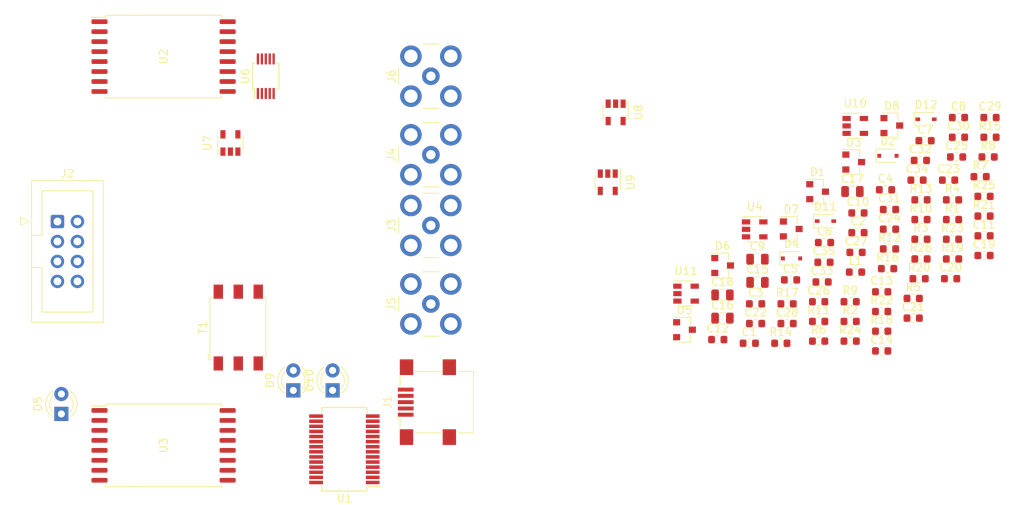
<source format=kicad_pcb>
(kicad_pcb (version 20171130) (host pcbnew "(5.1.6)-1")
  (layers (0 F.Cu signal) (31 B.Cu signal) (34 B.Paste user) (35 F.Paste user) (36 B.SilkS user) (37 F.SilkS user) (38 B.Mask user) (39 F.Mask user) (44 Edge.Cuts user))
  (net 0 "")
  (net 1 GNDA)
  (net 2 +5VA)
  (net 3 VD)
  (net 4 GNDD)
  (net 5 /DIN_DSP)
  (net 6 /SCLK_DSP)
  (net 7 /SYNC_DSP)
  (net 8 /TXD_DSP)
  (net 9 GND)
  (net 10 +5V)
  (net 11 /REF2.5V)
  (net 12 +7.5V)
  (net 13 -7.5V)
  (net 14 "Net-(C24-Pad2)")
  (net 15 "Net-(C25-Pad2)")
  (net 16 "Net-(C26-Pad2)")
  (net 17 "Net-(C27-Pad2)")
  (net 18 /RXD_DSP)
  (net 19 "Net-(D11-Pad2)")
  (net 20 "Net-(D12-Pad1)")
  (net 21 "Net-(J1-Pad3)")
  (net 22 "Net-(J1-Pad2)")
  (net 23 "Net-(J1-Pad1)")
  (net 24 "Net-(J2-Pad6)")
  (net 25 "Net-(J2-Pad4)")
  (net 26 "Net-(J2-Pad2)")
  (net 27 "Net-(J2-Pad7)")
  (net 28 "Net-(J2-Pad5)")
  (net 29 "Net-(J2-Pad3)")
  (net 30 "Net-(J2-Pad1)")
  (net 31 "Net-(D5-Pad2)")
  (net 32 "Net-(D9-Pad2)")
  (net 33 "Net-(D10-Pad2)")
  (net 34 /VOUTA)
  (net 35 "Net-(R15-Pad1)")
  (net 36 "Net-(R16-Pad1)")
  (net 37 "Net-(R17-Pad1)")
  (net 38 "Net-(R18-Pad1)")
  (net 39 "Net-(R19-Pad1)")
  (net 40 "Net-(R20-Pad1)")
  (net 41 "Net-(R21-Pad1)")
  (net 42 "Net-(R22-Pad1)")
  (net 43 "Net-(J3-Pad1)")
  (net 44 "Net-(J4-Pad1)")
  (net 45 "Net-(J5-Pad1)")
  (net 46 "Net-(J6-Pad1)")
  (net 47 "Net-(T1-Pad3)")
  (net 48 "Net-(T1-Pad1)")
  (net 49 "Net-(U1-Pad28)")
  (net 50 "Net-(U1-Pad27)")
  (net 51 /LED_TX)
  (net 52 /LED_RX)
  (net 53 "Net-(U1-Pad19)")
  (net 54 "Net-(U1-Pad17)")
  (net 55 "Net-(U1-Pad14)")
  (net 56 "Net-(U1-Pad13)")
  (net 57 "Net-(U1-Pad12)")
  (net 58 "Net-(U1-Pad11)")
  (net 59 "Net-(U1-Pad10)")
  (net 60 "Net-(U1-Pad9)")
  (net 61 "Net-(U1-Pad6)")
  (net 62 /RXD)
  (net 63 "Net-(U1-Pad3)")
  (net 64 "Net-(U1-Pad2)")
  (net 65 /TXD)
  (net 66 /SYNC)
  (net 67 /SCLK)
  (net 68 /DIN)
  (net 69 /VOUTD)
  (net 70 /VOUTC)
  (net 71 /VOUTB)
  (net 72 "Net-(U7-Pad5)")
  (net 73 "Net-(U7-Pad4)")
  (net 74 "Net-(U2-Pad6)")
  (net 75 "Net-(U2-Pad7)")
  (net 76 "Net-(U2-Pad11)")
  (net 77 "Net-(U3-Pad10)")
  (net 78 "Net-(U3-Pad3)")
  (net 79 "Net-(U3-Pad14)")
  (net 80 "Net-(U3-Pad7)")
  (module "#MyLibrary:Connector_131-3701-301" (layer F.Cu) (at 169.5 69.5)
    (fp_text reference J6 (at -5 0 90) (layer F.SilkS))
    (fp_text value Conn_Coaxial)
    (pad 2 thru_hole circle (at -2.54 2.54) (size 2.74 2.74) (drill 1.7) (layers *.Cu *.Mask) (net 9 GND))
    (pad 2 thru_hole circle (at 2.54 2.54) (size 2.74 2.74) (drill 1.7) (layers *.Cu *.Mask) (net 9 GND))
    (pad 2 thru_hole circle (at 2.54 -2.54) (size 2.74 2.74) (drill 1.7) (layers *.Cu *.Mask) (net 9 GND))
    (pad 2 thru_hole circle (at -2.54 -2.54) (size 2.74 2.74) (drill 1.7) (layers *.Cu *.Mask) (net 9 GND))
    (pad 1 thru_hole circle (at 0 0) (size 2.24 2.24) (drill 1.2) (layers *.Cu *.Mask) (net 46 "Net-(J6-Pad1)"))
  )
  (module "#MyLibrary:Connector_131-3701-301" (layer F.Cu) (at 169.5 98.5)
    (fp_text reference J5 (at -5 0 90) (layer F.SilkS))
    (fp_text value Conn_Coaxial)
    (pad 2 thru_hole circle (at -2.54 2.54) (size 2.74 2.74) (drill 1.7) (layers *.Cu *.Mask) (net 9 GND))
    (pad 2 thru_hole circle (at 2.54 2.54) (size 2.74 2.74) (drill 1.7) (layers *.Cu *.Mask) (net 9 GND))
    (pad 2 thru_hole circle (at 2.54 -2.54) (size 2.74 2.74) (drill 1.7) (layers *.Cu *.Mask) (net 9 GND))
    (pad 2 thru_hole circle (at -2.54 -2.54) (size 2.74 2.74) (drill 1.7) (layers *.Cu *.Mask) (net 9 GND))
    (pad 1 thru_hole circle (at 0 0) (size 2.24 2.24) (drill 1.2) (layers *.Cu *.Mask) (net 45 "Net-(J5-Pad1)"))
  )
  (module "#MyLibrary:Connector_131-3701-301" (layer F.Cu) (at 169.5 79.5)
    (fp_text reference J4 (at -5 0 90) (layer F.SilkS))
    (fp_text value Conn_Coaxial)
    (pad 2 thru_hole circle (at -2.54 2.54) (size 2.74 2.74) (drill 1.7) (layers *.Cu *.Mask) (net 9 GND))
    (pad 2 thru_hole circle (at 2.54 2.54) (size 2.74 2.74) (drill 1.7) (layers *.Cu *.Mask) (net 9 GND))
    (pad 2 thru_hole circle (at 2.54 -2.54) (size 2.74 2.74) (drill 1.7) (layers *.Cu *.Mask) (net 9 GND))
    (pad 2 thru_hole circle (at -2.54 -2.54) (size 2.74 2.74) (drill 1.7) (layers *.Cu *.Mask) (net 9 GND))
    (pad 1 thru_hole circle (at 0 0) (size 2.24 2.24) (drill 1.2) (layers *.Cu *.Mask) (net 44 "Net-(J4-Pad1)"))
  )
  (module "#MyLibrary:Connector_131-3701-301" (layer F.Cu) (at 169.5 88.5)
    (fp_text reference J3 (at -5 0 90) (layer F.SilkS))
    (fp_text value Conn_Coaxial)
    (pad 2 thru_hole circle (at -2.54 2.54) (size 2.74 2.74) (drill 1.7) (layers *.Cu *.Mask) (net 9 GND))
    (pad 2 thru_hole circle (at 2.54 2.54) (size 2.74 2.74) (drill 1.7) (layers *.Cu *.Mask) (net 9 GND))
    (pad 2 thru_hole circle (at 2.54 -2.54) (size 2.74 2.74) (drill 1.7) (layers *.Cu *.Mask) (net 9 GND))
    (pad 2 thru_hole circle (at -2.54 -2.54) (size 2.74 2.74) (drill 1.7) (layers *.Cu *.Mask) (net 9 GND))
    (pad 1 thru_hole circle (at 0 0) (size 2.24 2.24) (drill 1.2) (layers *.Cu *.Mask) (net 43 "Net-(J3-Pad1)"))
  )
  (module LED_THT:LED_D3.0mm_FlatTop (layer F.Cu) (at 157 109.5 90)
    (fp_text reference D10 (at 1.27 -2.96 90) (layer F.SilkS))
    (fp_text value LED)
    (pad 2 thru_hole circle (at 2.54 0 90) (size 1.8 1.8) (drill 0.9) (layers *.Cu *.Mask) (net 33 "Net-(D10-Pad2)"))
    (pad 1 thru_hole rect (at 0 0 90) (size 1.8 1.8) (drill 0.9) (layers *.Cu *.Mask) (net 52 /LED_RX))
  )
  (module LED_THT:LED_D3.0mm_FlatTop (layer F.Cu) (at 152 109.5 90)
    (fp_text reference D9 (at 1.27 -2.96 90) (layer F.SilkS))
    (fp_text value LED)
    (pad 2 thru_hole circle (at 2.54 0 90) (size 1.8 1.8) (drill 0.9) (layers *.Cu *.Mask) (net 32 "Net-(D9-Pad2)"))
    (pad 1 thru_hole rect (at 0 0 90) (size 1.8 1.8) (drill 0.9) (layers *.Cu *.Mask) (net 51 /LED_TX))
  )
  (module LED_THT:LED_D3.0mm_FlatTop (layer F.Cu) (at 122.5 112.5 90)
    (fp_text reference D5 (at 1.27 -2.96 90) (layer F.SilkS))
    (fp_text value LED)
    (pad 2 thru_hole circle (at 2.54 0 90) (size 1.8 1.8) (drill 0.9) (layers *.Cu *.Mask) (net 31 "Net-(D5-Pad2)"))
    (pad 1 thru_hole rect (at 0 0 90) (size 1.8 1.8) (drill 0.9) (layers *.Cu *.Mask) (net 4 GNDD))
  )
  (module "#MyLibrary:SOIC-16DWW" (layer F.Cu) (at 135.5 116.5)
    (fp_text reference U3 (at 0 0 90) (layer F.SilkS))
    (fp_text value ISO7821DWW)
    (pad 10 smd roundrect (at 8.15 3.175) (size 2.05 0.6) (layers F.Cu F.Paste F.Mask) (net 77 "Net-(U3-Pad10)"))
    (pad 9 smd roundrect (at 8.15 4.445) (size 2.05 0.6) (layers F.Cu F.Paste F.Mask))
    (pad 8 smd roundrect (at -8.15 4.445) (size 2.05 0.6) (layers F.Cu F.Paste F.Mask) (net 4 GNDD))
    (pad 5 smd roundrect (at -8.15 0.635) (size 2.05 0.6) (layers F.Cu F.Paste F.Mask) (net 1 GNDA))
    (pad 4 smd roundrect (at -8.15 -0.635) (size 2.05 0.6) (layers F.Cu F.Paste F.Mask) (net 3 VD))
    (pad 1 smd roundrect (at -8.15 -4.445) (size 2.05 0.6) (layers F.Cu F.Paste F.Mask) (net 3 VD))
    (pad 16 smd roundrect (at 8.15 -4.445) (size 2.05 0.6) (layers F.Cu F.Paste F.Mask) (net 2 +5VA))
    (pad 3 smd roundrect (at -8.15 -1.905) (size 2.05 0.6) (layers F.Cu F.Paste F.Mask) (net 78 "Net-(U3-Pad3)"))
    (pad 14 smd roundrect (at 8.15 -1.905) (size 2.05 0.6) (layers F.Cu F.Paste F.Mask) (net 79 "Net-(U3-Pad14)"))
    (pad 15 smd roundrect (at 8.15 -3.175) (size 2.05 0.6) (layers F.Cu F.Paste F.Mask) (net 1 GNDA))
    (pad 6 smd roundrect (at -8.15 1.905) (size 2.05 0.6) (layers F.Cu F.Paste F.Mask) (net 8 /TXD_DSP))
    (pad 7 smd roundrect (at -8.15 3.175) (size 2.05 0.6) (layers F.Cu F.Paste F.Mask) (net 80 "Net-(U3-Pad7)"))
    (pad 2 smd roundrect (at -8.15 -3.175) (size 2.05 0.6) (layers F.Cu F.Paste F.Mask) (net 4 GNDD))
    (pad 13 smd roundrect (at 8.15 -0.635) (size 2.05 0.6) (layers F.Cu F.Paste F.Mask) (net 2 +5VA))
    (pad 12 smd roundrect (at 8.15 0.635) (size 2.05 0.6) (layers F.Cu F.Paste F.Mask) (net 65 /TXD))
    (pad 11 smd roundrect (at 8.15 1.905) (size 2.05 0.6) (layers F.Cu F.Paste F.Mask) (net 62 /RXD))
  )
  (module "#MyLibrary:SOIC-16DWW" (layer F.Cu) (at 135.5 67)
    (fp_text reference U2 (at 0 0 90) (layer F.SilkS))
    (fp_text value ISO7830DWW)
    (pad 10 smd roundrect (at 8.15 3.175) (size 2.05 0.6) (layers F.Cu F.Paste F.Mask) (net 10 +5V))
    (pad 9 smd roundrect (at 8.15 4.445) (size 2.05 0.6) (layers F.Cu F.Paste F.Mask))
    (pad 8 smd roundrect (at -8.15 4.445) (size 2.05 0.6) (layers F.Cu F.Paste F.Mask) (net 4 GNDD))
    (pad 5 smd roundrect (at -8.15 0.635) (size 2.05 0.6) (layers F.Cu F.Paste F.Mask) (net 9 GND))
    (pad 4 smd roundrect (at -8.15 -0.635) (size 2.05 0.6) (layers F.Cu F.Paste F.Mask) (net 6 /SCLK_DSP))
    (pad 1 smd roundrect (at -8.15 -4.445) (size 2.05 0.6) (layers F.Cu F.Paste F.Mask) (net 3 VD))
    (pad 16 smd roundrect (at 8.15 -4.445) (size 2.05 0.6) (layers F.Cu F.Paste F.Mask) (net 10 +5V))
    (pad 3 smd roundrect (at -8.15 -1.905) (size 2.05 0.6) (layers F.Cu F.Paste F.Mask) (net 5 /DIN_DSP))
    (pad 14 smd roundrect (at 8.15 -1.905) (size 2.05 0.6) (layers F.Cu F.Paste F.Mask) (net 68 /DIN))
    (pad 15 smd roundrect (at 8.15 -3.175) (size 2.05 0.6) (layers F.Cu F.Paste F.Mask) (net 9 GND))
    (pad 6 smd roundrect (at -8.15 1.905) (size 2.05 0.6) (layers F.Cu F.Paste F.Mask) (net 74 "Net-(U2-Pad6)"))
    (pad 7 smd roundrect (at -8.15 3.175) (size 2.05 0.6) (layers F.Cu F.Paste F.Mask) (net 75 "Net-(U2-Pad7)"))
    (pad 2 smd roundrect (at -8.15 -3.175) (size 2.05 0.6) (layers F.Cu F.Paste F.Mask) (net 4 GNDD))
    (pad 13 smd roundrect (at 8.15 -0.635) (size 2.05 0.6) (layers F.Cu F.Paste F.Mask) (net 67 /SCLK))
    (pad 12 smd roundrect (at 8.15 0.635) (size 2.05 0.6) (layers F.Cu F.Paste F.Mask) (net 66 /SYNC))
    (pad 11 smd roundrect (at 8.15 1.905) (size 2.05 0.6) (layers F.Cu F.Paste F.Mask) (net 76 "Net-(U2-Pad11)"))
  )
  (module Package_TO_SOT_SMD:SOT-23-5 (layer F.Cu) (at 201.96 97.18)
    (fp_text reference U11 (at 0 -2.9) (layer F.SilkS))
    (fp_text value OPA197xDBV)
    (pad 5 smd rect (at 1.1 -0.95) (size 1.06 0.65) (layers F.Cu F.Paste F.Mask) (net 12 +7.5V))
    (pad 4 smd rect (at 1.1 0.95) (size 1.06 0.65) (layers F.Cu F.Paste F.Mask) (net 38 "Net-(R18-Pad1)"))
    (pad 3 smd rect (at -1.1 0.95) (size 1.06 0.65) (layers F.Cu F.Paste F.Mask) (net 17 "Net-(C27-Pad2)"))
    (pad 2 smd rect (at -1.1 0) (size 1.06 0.65) (layers F.Cu F.Paste F.Mask) (net 13 -7.5V))
    (pad 1 smd rect (at -1.1 -0.95) (size 1.06 0.65) (layers F.Cu F.Paste F.Mask) (net 42 "Net-(R22-Pad1)"))
  )
  (module Package_TO_SOT_SMD:SOT-23-5 (layer F.Cu) (at 223.48 75.83)
    (fp_text reference U10 (at 0 -2.9) (layer F.SilkS))
    (fp_text value OPA197xDBV)
    (pad 5 smd rect (at 1.1 -0.95) (size 1.06 0.65) (layers F.Cu F.Paste F.Mask) (net 12 +7.5V))
    (pad 4 smd rect (at 1.1 0.95) (size 1.06 0.65) (layers F.Cu F.Paste F.Mask) (net 37 "Net-(R17-Pad1)"))
    (pad 3 smd rect (at -1.1 0.95) (size 1.06 0.65) (layers F.Cu F.Paste F.Mask) (net 16 "Net-(C26-Pad2)"))
    (pad 2 smd rect (at -1.1 0) (size 1.06 0.65) (layers F.Cu F.Paste F.Mask) (net 13 -7.5V))
    (pad 1 smd rect (at -1.1 -0.95) (size 1.06 0.65) (layers F.Cu F.Paste F.Mask) (net 41 "Net-(R21-Pad1)"))
  )
  (module Package_TO_SOT_SMD:SOT-23-5 (layer F.Cu) (at 192 83 270)
    (fp_text reference U9 (at 0 -2.9 90) (layer F.SilkS))
    (fp_text value OPA197xDBV)
    (pad 5 smd rect (at 1.1 -0.95 270) (size 1.06 0.65) (layers F.Cu F.Paste F.Mask) (net 12 +7.5V))
    (pad 4 smd rect (at 1.1 0.95 270) (size 1.06 0.65) (layers F.Cu F.Paste F.Mask) (net 36 "Net-(R16-Pad1)"))
    (pad 3 smd rect (at -1.1 0.95 270) (size 1.06 0.65) (layers F.Cu F.Paste F.Mask) (net 15 "Net-(C25-Pad2)"))
    (pad 2 smd rect (at -1.1 0 270) (size 1.06 0.65) (layers F.Cu F.Paste F.Mask) (net 13 -7.5V))
    (pad 1 smd rect (at -1.1 -0.95 270) (size 1.06 0.65) (layers F.Cu F.Paste F.Mask) (net 40 "Net-(R20-Pad1)"))
  )
  (module Package_TO_SOT_SMD:SOT-23-5 (layer F.Cu) (at 193 74.1 270)
    (fp_text reference U8 (at 0 -2.9 90) (layer F.SilkS))
    (fp_text value OPA197xDBV)
    (pad 5 smd rect (at 1.1 -0.95 270) (size 1.06 0.65) (layers F.Cu F.Paste F.Mask) (net 12 +7.5V))
    (pad 4 smd rect (at 1.1 0.95 270) (size 1.06 0.65) (layers F.Cu F.Paste F.Mask) (net 35 "Net-(R15-Pad1)"))
    (pad 3 smd rect (at -1.1 0.95 270) (size 1.06 0.65) (layers F.Cu F.Paste F.Mask) (net 14 "Net-(C24-Pad2)"))
    (pad 2 smd rect (at -1.1 0 270) (size 1.06 0.65) (layers F.Cu F.Paste F.Mask) (net 13 -7.5V))
    (pad 1 smd rect (at -1.1 -0.95 270) (size 1.06 0.65) (layers F.Cu F.Paste F.Mask) (net 39 "Net-(R19-Pad1)"))
  )
  (module Package_TO_SOT_SMD:SOT-23-5 (layer F.Cu) (at 144 78 90)
    (fp_text reference U7 (at 0 -2.9 90) (layer F.SilkS))
    (fp_text value TLV70450DBVT)
    (pad 5 smd rect (at 1.1 -0.95 90) (size 1.06 0.65) (layers F.Cu F.Paste F.Mask) (net 72 "Net-(U7-Pad5)"))
    (pad 4 smd rect (at 1.1 0.95 90) (size 1.06 0.65) (layers F.Cu F.Paste F.Mask) (net 73 "Net-(U7-Pad4)"))
    (pad 3 smd rect (at -1.1 0.95 90) (size 1.06 0.65) (layers F.Cu F.Paste F.Mask) (net 10 +5V))
    (pad 2 smd rect (at -1.1 0 90) (size 1.06 0.65) (layers F.Cu F.Paste F.Mask) (net 12 +7.5V))
    (pad 1 smd rect (at -1.1 -0.95 90) (size 1.06 0.65) (layers F.Cu F.Paste F.Mask) (net 9 GND))
  )
  (module Package_SO:MSOP-10_3x3mm_P0.5mm (layer F.Cu) (at 148.5 69.5 90)
    (fp_text reference U6 (at 0 -2.6 90) (layer F.SilkS))
    (fp_text value AD5324ARMZ)
    (pad 10 smd rect (at 2.2 -1 90) (size 1.4 0.3) (layers F.Cu F.Paste F.Mask) (net 66 /SYNC))
    (pad 9 smd rect (at 2.2 -0.5 90) (size 1.4 0.3) (layers F.Cu F.Paste F.Mask) (net 67 /SCLK))
    (pad 8 smd rect (at 2.2 0 90) (size 1.4 0.3) (layers F.Cu F.Paste F.Mask) (net 68 /DIN))
    (pad 7 smd rect (at 2.2 0.5 90) (size 1.4 0.3) (layers F.Cu F.Paste F.Mask) (net 9 GND))
    (pad 6 smd rect (at 2.2 1 90) (size 1.4 0.3) (layers F.Cu F.Paste F.Mask) (net 69 /VOUTD))
    (pad 5 smd rect (at -2.2 1 90) (size 1.4 0.3) (layers F.Cu F.Paste F.Mask) (net 11 /REF2.5V))
    (pad 4 smd rect (at -2.2 0.5 90) (size 1.4 0.3) (layers F.Cu F.Paste F.Mask) (net 70 /VOUTC))
    (pad 3 smd rect (at -2.2 0 90) (size 1.4 0.3) (layers F.Cu F.Paste F.Mask) (net 71 /VOUTB))
    (pad 2 smd rect (at -2.2 -0.5 90) (size 1.4 0.3) (layers F.Cu F.Paste F.Mask) (net 34 /VOUTA))
    (pad 1 smd rect (at -2.2 -1 90) (size 1.4 0.3) (layers F.Cu F.Paste F.Mask) (net 10 +5V))
  )
  (module Package_TO_SOT_SMD:SOT-23 (layer F.Cu) (at 201.76 101.78)
    (fp_text reference U5 (at 0 -2.5) (layer F.SilkS))
    (fp_text value TL431DBZ)
    (pad 3 smd rect (at 1 0) (size 0.9 0.8) (layers F.Cu F.Paste F.Mask) (net 9 GND))
    (pad 2 smd rect (at -1 0.95) (size 0.9 0.8) (layers F.Cu F.Paste F.Mask) (net 11 /REF2.5V))
    (pad 1 smd rect (at -1 -0.95) (size 0.9 0.8) (layers F.Cu F.Paste F.Mask) (net 11 /REF2.5V))
  )
  (module Package_TO_SOT_SMD:SOT-23-5 (layer F.Cu) (at 210.69 89)
    (fp_text reference U4 (at 0 -2.9) (layer F.SilkS))
    (fp_text value SN6501)
    (pad 5 smd rect (at 1.1 -0.95) (size 1.06 0.65) (layers F.Cu F.Paste F.Mask) (net 1 GNDA))
    (pad 4 smd rect (at 1.1 0.95) (size 1.06 0.65) (layers F.Cu F.Paste F.Mask) (net 1 GNDA))
    (pad 3 smd rect (at -1.1 0.95) (size 1.06 0.65) (layers F.Cu F.Paste F.Mask) (net 48 "Net-(T1-Pad1)"))
    (pad 2 smd rect (at -1.1 0) (size 1.06 0.65) (layers F.Cu F.Paste F.Mask) (net 2 +5VA))
    (pad 1 smd rect (at -1.1 -0.95) (size 1.06 0.65) (layers F.Cu F.Paste F.Mask) (net 47 "Net-(T1-Pad3)"))
  )
  (module Package_SO:SSOP-28_5.3x10.2mm_P0.65mm (layer F.Cu) (at 158.5 117 180)
    (fp_text reference U1 (at 0 -6.25) (layer F.SilkS))
    (fp_text value FT232RL)
    (pad 28 smd rect (at 3.6 -4.225 180) (size 1.75 0.45) (layers F.Cu F.Paste F.Mask) (net 49 "Net-(U1-Pad28)"))
    (pad 27 smd rect (at 3.6 -3.575 180) (size 1.75 0.45) (layers F.Cu F.Paste F.Mask) (net 50 "Net-(U1-Pad27)"))
    (pad 26 smd rect (at 3.6 -2.925 180) (size 1.75 0.45) (layers F.Cu F.Paste F.Mask) (net 1 GNDA))
    (pad 25 smd rect (at 3.6 -2.275 180) (size 1.75 0.45) (layers F.Cu F.Paste F.Mask) (net 1 GNDA))
    (pad 24 smd rect (at 3.6 -1.625 180) (size 1.75 0.45) (layers F.Cu F.Paste F.Mask))
    (pad 23 smd rect (at 3.6 -0.975 180) (size 1.75 0.45) (layers F.Cu F.Paste F.Mask) (net 51 /LED_TX))
    (pad 22 smd rect (at 3.6 -0.325 180) (size 1.75 0.45) (layers F.Cu F.Paste F.Mask) (net 52 /LED_RX))
    (pad 21 smd rect (at 3.6 0.325 180) (size 1.75 0.45) (layers F.Cu F.Paste F.Mask) (net 1 GNDA))
    (pad 20 smd rect (at 3.6 0.975 180) (size 1.75 0.45) (layers F.Cu F.Paste F.Mask) (net 2 +5VA))
    (pad 19 smd rect (at 3.6 1.625 180) (size 1.75 0.45) (layers F.Cu F.Paste F.Mask) (net 53 "Net-(U1-Pad19)"))
    (pad 18 smd rect (at 3.6 2.275 180) (size 1.75 0.45) (layers F.Cu F.Paste F.Mask) (net 1 GNDA))
    (pad 17 smd rect (at 3.6 2.925 180) (size 1.75 0.45) (layers F.Cu F.Paste F.Mask) (net 54 "Net-(U1-Pad17)"))
    (pad 16 smd rect (at 3.6 3.575 180) (size 1.75 0.45) (layers F.Cu F.Paste F.Mask) (net 22 "Net-(J1-Pad2)"))
    (pad 15 smd rect (at 3.6 4.225 180) (size 1.75 0.45) (layers F.Cu F.Paste F.Mask) (net 21 "Net-(J1-Pad3)"))
    (pad 14 smd rect (at -3.6 4.225 180) (size 1.75 0.45) (layers F.Cu F.Paste F.Mask) (net 55 "Net-(U1-Pad14)"))
    (pad 13 smd rect (at -3.6 3.575 180) (size 1.75 0.45) (layers F.Cu F.Paste F.Mask) (net 56 "Net-(U1-Pad13)"))
    (pad 12 smd rect (at -3.6 2.925 180) (size 1.75 0.45) (layers F.Cu F.Paste F.Mask) (net 57 "Net-(U1-Pad12)"))
    (pad 11 smd rect (at -3.6 2.275 180) (size 1.75 0.45) (layers F.Cu F.Paste F.Mask) (net 58 "Net-(U1-Pad11)"))
    (pad 10 smd rect (at -3.6 1.625 180) (size 1.75 0.45) (layers F.Cu F.Paste F.Mask) (net 59 "Net-(U1-Pad10)"))
    (pad 9 smd rect (at -3.6 0.975 180) (size 1.75 0.45) (layers F.Cu F.Paste F.Mask) (net 60 "Net-(U1-Pad9)"))
    (pad 8 smd rect (at -3.6 0.325 180) (size 1.75 0.45) (layers F.Cu F.Paste F.Mask))
    (pad 7 smd rect (at -3.6 -0.325 180) (size 1.75 0.45) (layers F.Cu F.Paste F.Mask) (net 1 GNDA))
    (pad 6 smd rect (at -3.6 -0.975 180) (size 1.75 0.45) (layers F.Cu F.Paste F.Mask) (net 61 "Net-(U1-Pad6)"))
    (pad 5 smd rect (at -3.6 -1.625 180) (size 1.75 0.45) (layers F.Cu F.Paste F.Mask) (net 62 /RXD))
    (pad 4 smd rect (at -3.6 -2.275 180) (size 1.75 0.45) (layers F.Cu F.Paste F.Mask) (net 2 +5VA))
    (pad 3 smd rect (at -3.6 -2.925 180) (size 1.75 0.45) (layers F.Cu F.Paste F.Mask) (net 63 "Net-(U1-Pad3)"))
    (pad 2 smd rect (at -3.6 -3.575 180) (size 1.75 0.45) (layers F.Cu F.Paste F.Mask) (net 64 "Net-(U1-Pad2)"))
    (pad 1 smd rect (at -3.6 -4.225 180) (size 1.75 0.45) (layers F.Cu F.Paste F.Mask) (net 65 /TXD))
  )
  (module "#MyLibrary:Wuerth_760390014" (layer F.Cu) (at 145 101.5 90)
    (fp_text reference T1 (at 0 -4.5 90) (layer F.SilkS))
    (fp_text value 760390014)
    (pad 5 smd rect (at 4.57 0 90) (size 1.8 1.2) (layers F.Cu F.Paste F.Mask) (net 9 GND))
    (pad 4 smd rect (at 4.57 2.54 90) (size 1.8 1.2) (layers F.Cu F.Paste F.Mask) (net 20 "Net-(D12-Pad1)"))
    (pad 6 smd rect (at 4.57 -2.54 90) (size 1.8 1.2) (layers F.Cu F.Paste F.Mask) (net 19 "Net-(D11-Pad2)"))
    (pad 2 smd rect (at -4.57 0 90) (size 1.8 1.2) (layers F.Cu F.Paste F.Mask) (net 2 +5VA))
    (pad 3 smd rect (at -4.57 2.54 90) (size 1.8 1.2) (layers F.Cu F.Paste F.Mask) (net 47 "Net-(T1-Pad3)"))
    (pad 1 smd rect (at -4.57 -2.54 90) (size 1.8 1.2) (layers F.Cu F.Paste F.Mask) (net 48 "Net-(T1-Pad1)"))
  )
  (module Resistor_SMD:R_0603_1608Metric (layer F.Cu) (at 231.84 92.77)
    (fp_text reference R26 (at 0 -1.43) (layer F.SilkS))
    (fp_text value 10R)
    (pad 2 smd roundrect (at 0.7875 0) (size 0.875 0.95) (layers F.Cu F.Paste F.Mask) (net 42 "Net-(R22-Pad1)"))
    (pad 1 smd roundrect (at -0.7875 0) (size 0.875 0.95) (layers F.Cu F.Paste F.Mask) (net 46 "Net-(J6-Pad1)"))
  )
  (module Resistor_SMD:R_0603_1608Metric (layer F.Cu) (at 239.86 84.8)
    (fp_text reference R25 (at 0 -1.43) (layer F.SilkS))
    (fp_text value 10R)
    (pad 2 smd roundrect (at 0.7875 0) (size 0.875 0.95) (layers F.Cu F.Paste F.Mask) (net 41 "Net-(R21-Pad1)"))
    (pad 1 smd roundrect (at -0.7875 0) (size 0.875 0.95) (layers F.Cu F.Paste F.Mask) (net 45 "Net-(J5-Pad1)"))
  )
  (module Resistor_SMD:R_0603_1608Metric (layer F.Cu) (at 222.83 103.23)
    (fp_text reference R24 (at 0 -1.43) (layer F.SilkS))
    (fp_text value 10R)
    (pad 2 smd roundrect (at 0.7875 0) (size 0.875 0.95) (layers F.Cu F.Paste F.Mask) (net 40 "Net-(R20-Pad1)"))
    (pad 1 smd roundrect (at -0.7875 0) (size 0.875 0.95) (layers F.Cu F.Paste F.Mask) (net 44 "Net-(J4-Pad1)"))
  )
  (module Resistor_SMD:R_0603_1608Metric (layer F.Cu) (at 235.85 90.26)
    (fp_text reference R23 (at 0 -1.43) (layer F.SilkS))
    (fp_text value 10R)
    (pad 2 smd roundrect (at 0.7875 0) (size 0.875 0.95) (layers F.Cu F.Paste F.Mask) (net 39 "Net-(R19-Pad1)"))
    (pad 1 smd roundrect (at -0.7875 0) (size 0.875 0.95) (layers F.Cu F.Paste F.Mask) (net 43 "Net-(J3-Pad1)"))
  )
  (module Resistor_SMD:R_0603_1608Metric (layer F.Cu) (at 226.84 99.46)
    (fp_text reference R22 (at 0 -1.43) (layer F.SilkS))
    (fp_text value 10k)
    (pad 2 smd roundrect (at 0.7875 0) (size 0.875 0.95) (layers F.Cu F.Paste F.Mask) (net 38 "Net-(R18-Pad1)"))
    (pad 1 smd roundrect (at -0.7875 0) (size 0.875 0.95) (layers F.Cu F.Paste F.Mask) (net 42 "Net-(R22-Pad1)"))
  )
  (module Resistor_SMD:R_0603_1608Metric (layer F.Cu) (at 239.86 87.31)
    (fp_text reference R21 (at 0 -1.43) (layer F.SilkS))
    (fp_text value 10k)
    (pad 2 smd roundrect (at 0.7875 0) (size 0.875 0.95) (layers F.Cu F.Paste F.Mask) (net 37 "Net-(R17-Pad1)"))
    (pad 1 smd roundrect (at -0.7875 0) (size 0.875 0.95) (layers F.Cu F.Paste F.Mask) (net 41 "Net-(R21-Pad1)"))
  )
  (module Resistor_SMD:R_0603_1608Metric (layer F.Cu) (at 231.6 95.28)
    (fp_text reference R20 (at 0 -1.43) (layer F.SilkS))
    (fp_text value 10k)
    (pad 2 smd roundrect (at 0.7875 0) (size 0.875 0.95) (layers F.Cu F.Paste F.Mask) (net 36 "Net-(R16-Pad1)"))
    (pad 1 smd roundrect (at -0.7875 0) (size 0.875 0.95) (layers F.Cu F.Paste F.Mask) (net 40 "Net-(R20-Pad1)"))
  )
  (module Resistor_SMD:R_0603_1608Metric (layer F.Cu) (at 235.85 92.77)
    (fp_text reference R19 (at 0 -1.43) (layer F.SilkS))
    (fp_text value 10k)
    (pad 2 smd roundrect (at 0.7875 0) (size 0.875 0.95) (layers F.Cu F.Paste F.Mask) (net 35 "Net-(R15-Pad1)"))
    (pad 1 smd roundrect (at -0.7875 0) (size 0.875 0.95) (layers F.Cu F.Paste F.Mask) (net 39 "Net-(R19-Pad1)"))
  )
  (module Resistor_SMD:R_0603_1608Metric (layer F.Cu) (at 226.84 101.97)
    (fp_text reference R18 (at 0 -1.43) (layer F.SilkS))
    (fp_text value 10k)
    (pad 2 smd roundrect (at 0.7875 0) (size 0.875 0.95) (layers F.Cu F.Paste F.Mask) (net 11 /REF2.5V))
    (pad 1 smd roundrect (at -0.7875 0) (size 0.875 0.95) (layers F.Cu F.Paste F.Mask) (net 38 "Net-(R18-Pad1)"))
  )
  (module Resistor_SMD:R_0603_1608Metric (layer F.Cu) (at 214.81 98.48)
    (fp_text reference R17 (at 0 -1.43) (layer F.SilkS))
    (fp_text value 10k)
    (pad 2 smd roundrect (at 0.7875 0) (size 0.875 0.95) (layers F.Cu F.Paste F.Mask) (net 11 /REF2.5V))
    (pad 1 smd roundrect (at -0.7875 0) (size 0.875 0.95) (layers F.Cu F.Paste F.Mask) (net 37 "Net-(R17-Pad1)"))
  )
  (module Resistor_SMD:R_0603_1608Metric (layer F.Cu) (at 227.59 94)
    (fp_text reference R16 (at 0 -1.43) (layer F.SilkS))
    (fp_text value 10k)
    (pad 2 smd roundrect (at 0.7875 0) (size 0.875 0.95) (layers F.Cu F.Paste F.Mask) (net 11 /REF2.5V))
    (pad 1 smd roundrect (at -0.7875 0) (size 0.875 0.95) (layers F.Cu F.Paste F.Mask) (net 36 "Net-(R16-Pad1)"))
  )
  (module Resistor_SMD:R_0603_1608Metric (layer F.Cu) (at 240.62 77.27)
    (fp_text reference R15 (at 0 -1.43) (layer F.SilkS))
    (fp_text value 10k)
    (pad 2 smd roundrect (at 0.7875 0) (size 0.875 0.95) (layers F.Cu F.Paste F.Mask) (net 11 /REF2.5V))
    (pad 1 smd roundrect (at -0.7875 0) (size 0.875 0.95) (layers F.Cu F.Paste F.Mask) (net 35 "Net-(R15-Pad1)"))
  )
  (module Resistor_SMD:R_0603_1608Metric (layer F.Cu) (at 214.01 103.5)
    (fp_text reference R14 (at 0 -1.43) (layer F.SilkS))
    (fp_text value 10R)
    (pad 2 smd roundrect (at 0.7875 0) (size 0.875 0.95) (layers F.Cu F.Paste F.Mask) (net 34 /VOUTA))
    (pad 1 smd roundrect (at -0.7875 0) (size 0.875 0.95) (layers F.Cu F.Paste F.Mask) (net 17 "Net-(C27-Pad2)"))
  )
  (module Resistor_SMD:R_0603_1608Metric (layer F.Cu) (at 231.84 85.24)
    (fp_text reference R13 (at 0 -1.43) (layer F.SilkS))
    (fp_text value 10R)
    (pad 2 smd roundrect (at 0.7875 0) (size 0.875 0.95) (layers F.Cu F.Paste F.Mask) (net 34 /VOUTA))
    (pad 1 smd roundrect (at -0.7875 0) (size 0.875 0.95) (layers F.Cu F.Paste F.Mask) (net 16 "Net-(C26-Pad2)"))
  )
  (module Resistor_SMD:R_0603_1608Metric (layer F.Cu) (at 227.83 91.49)
    (fp_text reference R12 (at 0 -1.43) (layer F.SilkS))
    (fp_text value 10R)
    (pad 2 smd roundrect (at 0.7875 0) (size 0.875 0.95) (layers F.Cu F.Paste F.Mask) (net 34 /VOUTA))
    (pad 1 smd roundrect (at -0.7875 0) (size 0.875 0.95) (layers F.Cu F.Paste F.Mask) (net 15 "Net-(C25-Pad2)"))
  )
  (module Resistor_SMD:R_0603_1608Metric (layer F.Cu) (at 218.82 100.72)
    (fp_text reference R11 (at 0 -1.43) (layer F.SilkS))
    (fp_text value 10R)
    (pad 2 smd roundrect (at 0.7875 0) (size 0.875 0.95) (layers F.Cu F.Paste F.Mask) (net 34 /VOUTA))
    (pad 1 smd roundrect (at -0.7875 0) (size 0.875 0.95) (layers F.Cu F.Paste F.Mask) (net 14 "Net-(C24-Pad2)"))
  )
  (module Resistor_SMD:R_0603_1608Metric (layer F.Cu) (at 231.84 87.75)
    (fp_text reference R10 (at 0 -1.43) (layer F.SilkS))
    (fp_text value 750R)
    (pad 2 smd roundrect (at 0.7875 0) (size 0.875 0.95) (layers F.Cu F.Paste F.Mask) (net 10 +5V))
    (pad 1 smd roundrect (at -0.7875 0) (size 0.875 0.95) (layers F.Cu F.Paste F.Mask) (net 11 /REF2.5V))
  )
  (module Resistor_SMD:R_0603_1608Metric (layer F.Cu) (at 222.83 98.21)
    (fp_text reference R9 (at 0 -1.43) (layer F.SilkS))
    (fp_text value 270R)
    (pad 2 smd roundrect (at 0.7875 0) (size 0.875 0.95) (layers F.Cu F.Paste F.Mask) (net 33 "Net-(D10-Pad2)"))
    (pad 1 smd roundrect (at -0.7875 0) (size 0.875 0.95) (layers F.Cu F.Paste F.Mask) (net 2 +5VA))
  )
  (module Resistor_SMD:R_0603_1608Metric (layer F.Cu) (at 240.38 79.78)
    (fp_text reference R8 (at 0 -1.43) (layer F.SilkS))
    (fp_text value 270R)
    (pad 2 smd roundrect (at 0.7875 0) (size 0.875 0.95) (layers F.Cu F.Paste F.Mask) (net 32 "Net-(D9-Pad2)"))
    (pad 1 smd roundrect (at -0.7875 0) (size 0.875 0.95) (layers F.Cu F.Paste F.Mask) (net 2 +5VA))
  )
  (module Resistor_SMD:R_0603_1608Metric (layer F.Cu) (at 239.36 82.29)
    (fp_text reference R7 (at 0 -1.43) (layer F.SilkS))
    (fp_text value 10R)
    (pad 2 smd roundrect (at 0.7875 0) (size 0.875 0.95) (layers F.Cu F.Paste F.Mask) (net 8 /TXD_DSP))
    (pad 1 smd roundrect (at -0.7875 0) (size 0.875 0.95) (layers F.Cu F.Paste F.Mask) (net 24 "Net-(J2-Pad6)"))
  )
  (module Resistor_SMD:R_0603_1608Metric (layer F.Cu) (at 218.82 103.23)
    (fp_text reference R6 (at 0 -1.43) (layer F.SilkS))
    (fp_text value 10R)
    (pad 2 smd roundrect (at 0.7875 0) (size 0.875 0.95) (layers F.Cu F.Paste F.Mask) (net 7 /SYNC_DSP))
    (pad 1 smd roundrect (at -0.7875 0) (size 0.875 0.95) (layers F.Cu F.Paste F.Mask) (net 25 "Net-(J2-Pad4)"))
  )
  (module Resistor_SMD:R_0603_1608Metric (layer F.Cu) (at 230.85 97.79)
    (fp_text reference R5 (at 0 -1.43) (layer F.SilkS))
    (fp_text value 10R)
    (pad 2 smd roundrect (at 0.7875 0) (size 0.875 0.95) (layers F.Cu F.Paste F.Mask) (net 6 /SCLK_DSP))
    (pad 1 smd roundrect (at -0.7875 0) (size 0.875 0.95) (layers F.Cu F.Paste F.Mask) (net 26 "Net-(J2-Pad2)"))
  )
  (module Resistor_SMD:R_0603_1608Metric (layer F.Cu) (at 235.85 85.24)
    (fp_text reference R4 (at 0 -1.43) (layer F.SilkS))
    (fp_text value 10R)
    (pad 2 smd roundrect (at 0.7875 0) (size 0.875 0.95) (layers F.Cu F.Paste F.Mask) (net 31 "Net-(D5-Pad2)"))
    (pad 1 smd roundrect (at -0.7875 0) (size 0.875 0.95) (layers F.Cu F.Paste F.Mask) (net 3 VD))
  )
  (module Resistor_SMD:R_0603_1608Metric (layer F.Cu) (at 231.84 90.26)
    (fp_text reference R3 (at 0 -1.43) (layer F.SilkS))
    (fp_text value 27R)
    (pad 2 smd roundrect (at 0.7875 0) (size 0.875 0.95) (layers F.Cu F.Paste F.Mask) (net 3 VD))
    (pad 1 smd roundrect (at -0.7875 0) (size 0.875 0.95) (layers F.Cu F.Paste F.Mask) (net 30 "Net-(J2-Pad1)"))
  )
  (module Resistor_SMD:R_0603_1608Metric (layer F.Cu) (at 222.83 100.72)
    (fp_text reference R2 (at 0 -1.43) (layer F.SilkS))
    (fp_text value 10R)
    (pad 2 smd roundrect (at 0.7875 0) (size 0.875 0.95) (layers F.Cu F.Paste F.Mask) (net 27 "Net-(J2-Pad7)"))
    (pad 1 smd roundrect (at -0.7875 0) (size 0.875 0.95) (layers F.Cu F.Paste F.Mask) (net 18 /RXD_DSP))
  )
  (module Resistor_SMD:R_0603_1608Metric (layer F.Cu) (at 235.85 87.75)
    (fp_text reference R1 (at 0 -1.43) (layer F.SilkS))
    (fp_text value 10R)
    (pad 2 smd roundrect (at 0.7875 0) (size 0.875 0.95) (layers F.Cu F.Paste F.Mask) (net 29 "Net-(J2-Pad3)"))
    (pad 1 smd roundrect (at -0.7875 0) (size 0.875 0.95) (layers F.Cu F.Paste F.Mask) (net 5 /DIN_DSP))
  )
  (module Inductor_SMD:L_0603_1608Metric (layer F.Cu) (at 223.51 94.44)
    (fp_text reference L1 (at 0 -1.43) (layer F.SilkS))
    (fp_text value 0603)
    (pad 2 smd roundrect (at 0.7875 0) (size 0.875 0.95) (layers F.Cu F.Paste F.Mask) (net 2 +5VA))
    (pad 1 smd roundrect (at -0.7875 0) (size 0.875 0.95) (layers F.Cu F.Paste F.Mask) (net 23 "Net-(J1-Pad1)"))
  )
  (module Connector_IDC:IDC-Header_2x04_P2.54mm_Vertical (layer F.Cu) (at 122 88)
    (fp_text reference J2 (at 1.27 -6.1) (layer F.SilkS))
    (fp_text value Conn_02x04_Odd_Even)
    (pad 8 thru_hole circle (at 2.54 7.62) (size 1.7 1.7) (drill 1) (layers *.Cu *.Mask) (net 4 GNDD))
    (pad 6 thru_hole circle (at 2.54 5.08) (size 1.7 1.7) (drill 1) (layers *.Cu *.Mask) (net 24 "Net-(J2-Pad6)"))
    (pad 4 thru_hole circle (at 2.54 2.54) (size 1.7 1.7) (drill 1) (layers *.Cu *.Mask) (net 25 "Net-(J2-Pad4)"))
    (pad 2 thru_hole circle (at 2.54 0) (size 1.7 1.7) (drill 1) (layers *.Cu *.Mask) (net 26 "Net-(J2-Pad2)"))
    (pad 7 thru_hole circle (at 0 7.62) (size 1.7 1.7) (drill 1) (layers *.Cu *.Mask) (net 27 "Net-(J2-Pad7)"))
    (pad 5 thru_hole circle (at 0 5.08) (size 1.7 1.7) (drill 1) (layers *.Cu *.Mask) (net 28 "Net-(J2-Pad5)"))
    (pad 3 thru_hole circle (at 0 2.54) (size 1.7 1.7) (drill 1) (layers *.Cu *.Mask) (net 29 "Net-(J2-Pad3)"))
    (pad 1 thru_hole roundrect (at 0 0) (size 1.7 1.7) (drill 1) (layers *.Cu *.Mask) (roundrect_rratio 0.147059) (net 30 "Net-(J2-Pad1)"))
  )
  (module Connector_USB:USB_Mini-B_Lumberg_2486_01_Horizontal (layer F.Cu) (at 169 111 90)
    (fp_text reference J1 (at 0 -5 90) (layer F.SilkS))
    (fp_text value USB_B_Mini)
    (pad "" np_thru_hole circle (at 2.2 0 90) (size 1 1) (drill 1) (layers *.Cu *.Mask))
    (pad "" np_thru_hole circle (at -2.2 0 90) (size 1 1) (drill 1) (layers *.Cu *.Mask))
    (pad 6 smd rect (at 4.45 2.85 90) (size 2 1.7) (layers F.Cu F.Paste F.Mask) (net 1 GNDA))
    (pad 6 smd rect (at 4.45 -2.6 90) (size 2 1.7) (layers F.Cu F.Paste F.Mask) (net 1 GNDA))
    (pad 6 smd rect (at -4.45 2.85 90) (size 2 1.7) (layers F.Cu F.Paste F.Mask) (net 1 GNDA))
    (pad 6 smd rect (at -4.45 -2.6 90) (size 2 1.7) (layers F.Cu F.Paste F.Mask) (net 1 GNDA))
    (pad 5 smd rect (at 1.6 -2.7 90) (size 0.5 2) (layers F.Cu F.Paste F.Mask) (net 1 GNDA))
    (pad 4 smd rect (at 0.8 -2.7 90) (size 0.5 2) (layers F.Cu F.Paste F.Mask) (net 1 GNDA))
    (pad 3 smd rect (at 0 -2.7 90) (size 0.5 2) (layers F.Cu F.Paste F.Mask) (net 21 "Net-(J1-Pad3)"))
    (pad 2 smd rect (at -0.8 -2.7 90) (size 0.5 2) (layers F.Cu F.Paste F.Mask) (net 22 "Net-(J1-Pad2)"))
    (pad 1 smd rect (at -1.6 -2.7 90) (size 0.5 2) (layers F.Cu F.Paste F.Mask) (net 23 "Net-(J1-Pad1)"))
  )
  (module Diode_SMD:D_SOD-323 (layer F.Cu) (at 232.48 74.98)
    (fp_text reference D12 (at 0 -1.85) (layer F.SilkS))
    (fp_text value D_Schottky)
    (pad 2 smd rect (at 1.05 0) (size 0.6 0.45) (layers F.Cu F.Paste F.Mask) (net 13 -7.5V))
    (pad 1 smd rect (at -1.05 0) (size 0.6 0.45) (layers F.Cu F.Paste F.Mask) (net 20 "Net-(D12-Pad1)"))
  )
  (module Diode_SMD:D_SOD-323 (layer F.Cu) (at 219.69 87.95)
    (fp_text reference D11 (at 0 -1.85) (layer F.SilkS))
    (fp_text value D_Schottky)
    (pad 2 smd rect (at 1.05 0) (size 0.6 0.45) (layers F.Cu F.Paste F.Mask) (net 19 "Net-(D11-Pad2)"))
    (pad 1 smd rect (at -1.05 0) (size 0.6 0.45) (layers F.Cu F.Paste F.Mask) (net 12 +7.5V))
  )
  (module Package_TO_SOT_SMD:SOT-23 (layer F.Cu) (at 228.13 75.78)
    (fp_text reference D8 (at 0 -2.5) (layer F.SilkS))
    (fp_text value BAV99)
    (pad 3 smd rect (at 1 0) (size 0.9 0.8) (layers F.Cu F.Paste F.Mask) (net 6 /SCLK_DSP))
    (pad 2 smd rect (at -1 0.95) (size 0.9 0.8) (layers F.Cu F.Paste F.Mask) (net 3 VD))
    (pad 1 smd rect (at -1 -0.95) (size 0.9 0.8) (layers F.Cu F.Paste F.Mask) (net 4 GNDD))
  )
  (module Package_TO_SOT_SMD:SOT-23 (layer F.Cu) (at 215.34 88.95)
    (fp_text reference D7 (at 0 -2.5) (layer F.SilkS))
    (fp_text value BAV99)
    (pad 3 smd rect (at 1 0) (size 0.9 0.8) (layers F.Cu F.Paste F.Mask) (net 5 /DIN_DSP))
    (pad 2 smd rect (at -1 0.95) (size 0.9 0.8) (layers F.Cu F.Paste F.Mask) (net 3 VD))
    (pad 1 smd rect (at -1 -0.95) (size 0.9 0.8) (layers F.Cu F.Paste F.Mask) (net 4 GNDD))
  )
  (module Package_TO_SOT_SMD:SOT-23 (layer F.Cu) (at 206.61 93.6)
    (fp_text reference D6 (at 0 -2.5) (layer F.SilkS))
    (fp_text value BAV99)
    (pad 3 smd rect (at 1 0) (size 0.9 0.8) (layers F.Cu F.Paste F.Mask) (net 7 /SYNC_DSP))
    (pad 2 smd rect (at -1 0.95) (size 0.9 0.8) (layers F.Cu F.Paste F.Mask) (net 3 VD))
    (pad 1 smd rect (at -1 -0.95) (size 0.9 0.8) (layers F.Cu F.Paste F.Mask) (net 4 GNDD))
  )
  (module Diode_SMD:D_SOD-323F (layer F.Cu) (at 215.37 92.7)
    (fp_text reference D4 (at 0 -1.85) (layer F.SilkS))
    (fp_text value D_Zener)
    (pad 2 smd rect (at 1.1 0) (size 0.5 0.5) (layers F.Cu F.Paste F.Mask) (net 4 GNDD))
    (pad 1 smd rect (at -1.1 0) (size 0.5 0.5) (layers F.Cu F.Paste F.Mask) (net 3 VD))
  )
  (module Package_TO_SOT_SMD:SOT-23 (layer F.Cu) (at 223.28 80.43)
    (fp_text reference D3 (at 0 -2.5) (layer F.SilkS))
    (fp_text value BAV99)
    (pad 3 smd rect (at 1 0) (size 0.9 0.8) (layers F.Cu F.Paste F.Mask) (net 8 /TXD_DSP))
    (pad 2 smd rect (at -1 0.95) (size 0.9 0.8) (layers F.Cu F.Paste F.Mask) (net 3 VD))
    (pad 1 smd rect (at -1 -0.95) (size 0.9 0.8) (layers F.Cu F.Paste F.Mask) (net 4 GNDD))
  )
  (module Diode_SMD:D_SOD-323F (layer F.Cu) (at 227.63 79.63)
    (fp_text reference D2 (at 0 -1.85) (layer F.SilkS))
    (fp_text value D_Schottky)
    (pad 2 smd rect (at 1.1 0) (size 0.5 0.5) (layers F.Cu F.Paste F.Mask) (net 4 GNDD))
    (pad 1 smd rect (at -1.1 0) (size 0.5 0.5) (layers F.Cu F.Paste F.Mask) (net 3 VD))
  )
  (module Package_TO_SOT_SMD:SOT-23 (layer F.Cu) (at 218.69 84.2)
    (fp_text reference D1 (at 0 -2.5) (layer F.SilkS))
    (fp_text value BAV99)
    (pad 3 smd rect (at 1 0) (size 0.9 0.8) (layers F.Cu F.Paste F.Mask) (net 18 /RXD_DSP))
    (pad 2 smd rect (at -1 0.95) (size 0.9 0.8) (layers F.Cu F.Paste F.Mask) (net 3 VD))
    (pad 1 smd rect (at -1 -0.95) (size 0.9 0.8) (layers F.Cu F.Paste F.Mask) (net 4 GNDD))
  )
  (module Capacitor_SMD:C_0603_1608Metric (layer F.Cu) (at 219.5 93.19)
    (fp_text reference C35 (at 0 -1.43) (layer F.SilkS))
    (fp_text value 100nF/50V)
    (pad 2 smd roundrect (at 0.7875 0) (size 0.875 0.95) (layers F.Cu F.Paste F.Mask) (net 12 +7.5V))
    (pad 1 smd roundrect (at -0.7875 0) (size 0.875 0.95) (layers F.Cu F.Paste F.Mask) (net 9 GND))
  )
  (module Capacitor_SMD:C_0603_1608Metric (layer F.Cu) (at 231.34 82.73)
    (fp_text reference C34 (at 0 -1.43) (layer F.SilkS))
    (fp_text value 100nF/50V)
    (pad 2 smd roundrect (at 0.7875 0) (size 0.875 0.95) (layers F.Cu F.Paste F.Mask) (net 12 +7.5V))
    (pad 1 smd roundrect (at -0.7875 0) (size 0.875 0.95) (layers F.Cu F.Paste F.Mask) (net 9 GND))
  )
  (module Capacitor_SMD:C_0603_1608Metric (layer F.Cu) (at 219.26 95.7)
    (fp_text reference C33 (at 0 -1.43) (layer F.SilkS))
    (fp_text value 100nF/50V)
    (pad 2 smd roundrect (at 0.7875 0) (size 0.875 0.95) (layers F.Cu F.Paste F.Mask) (net 12 +7.5V))
    (pad 1 smd roundrect (at -0.7875 0) (size 0.875 0.95) (layers F.Cu F.Paste F.Mask) (net 9 GND))
  )
  (module Capacitor_SMD:C_0603_1608Metric (layer F.Cu) (at 231.76 80.22)
    (fp_text reference C32 (at 0 -1.43) (layer F.SilkS))
    (fp_text value 100nF/50V)
    (pad 2 smd roundrect (at 0.7875 0) (size 0.875 0.95) (layers F.Cu F.Paste F.Mask) (net 12 +7.5V))
    (pad 1 smd roundrect (at -0.7875 0) (size 0.875 0.95) (layers F.Cu F.Paste F.Mask) (net 9 GND))
  )
  (module Capacitor_SMD:C_0603_1608Metric (layer F.Cu) (at 227.83 86.47)
    (fp_text reference C31 (at 0 -1.43) (layer F.SilkS))
    (fp_text value 100nF/50V)
    (pad 2 smd roundrect (at 0.7875 0) (size 0.875 0.95) (layers F.Cu F.Paste F.Mask) (net 13 -7.5V))
    (pad 1 smd roundrect (at -0.7875 0) (size 0.875 0.95) (layers F.Cu F.Paste F.Mask) (net 9 GND))
  )
  (module Capacitor_SMD:C_0603_1608Metric (layer F.Cu) (at 236.61 77.27)
    (fp_text reference C30 (at 0 -1.43) (layer F.SilkS))
    (fp_text value 100nF/50V)
    (pad 2 smd roundrect (at 0.7875 0) (size 0.875 0.95) (layers F.Cu F.Paste F.Mask) (net 13 -7.5V))
    (pad 1 smd roundrect (at -0.7875 0) (size 0.875 0.95) (layers F.Cu F.Paste F.Mask) (net 9 GND))
  )
  (module Capacitor_SMD:C_0603_1608Metric (layer F.Cu) (at 240.62 74.76)
    (fp_text reference C29 (at 0 -1.43) (layer F.SilkS))
    (fp_text value 100nF/50V)
    (pad 2 smd roundrect (at 0.7875 0) (size 0.875 0.95) (layers F.Cu F.Paste F.Mask) (net 13 -7.5V))
    (pad 1 smd roundrect (at -0.7875 0) (size 0.875 0.95) (layers F.Cu F.Paste F.Mask) (net 9 GND))
  )
  (module Capacitor_SMD:C_0603_1608Metric (layer F.Cu) (at 214.81 100.99)
    (fp_text reference C28 (at 0 -1.43) (layer F.SilkS))
    (fp_text value 100nF/50V)
    (pad 2 smd roundrect (at 0.7875 0) (size 0.875 0.95) (layers F.Cu F.Paste F.Mask) (net 13 -7.5V))
    (pad 1 smd roundrect (at -0.7875 0) (size 0.875 0.95) (layers F.Cu F.Paste F.Mask) (net 9 GND))
  )
  (module Capacitor_SMD:C_0603_1608Metric (layer F.Cu) (at 223.58 91.93)
    (fp_text reference C27 (at 0 -1.43) (layer F.SilkS))
    (fp_text value 68pF/50V)
    (pad 2 smd roundrect (at 0.7875 0) (size 0.875 0.95) (layers F.Cu F.Paste F.Mask) (net 17 "Net-(C27-Pad2)"))
    (pad 1 smd roundrect (at -0.7875 0) (size 0.875 0.95) (layers F.Cu F.Paste F.Mask) (net 9 GND))
  )
  (module Capacitor_SMD:C_0603_1608Metric (layer F.Cu) (at 218.82 98.21)
    (fp_text reference C26 (at 0 -1.43) (layer F.SilkS))
    (fp_text value 68pF/50V)
    (pad 2 smd roundrect (at 0.7875 0) (size 0.875 0.95) (layers F.Cu F.Paste F.Mask) (net 16 "Net-(C26-Pad2)"))
    (pad 1 smd roundrect (at -0.7875 0) (size 0.875 0.95) (layers F.Cu F.Paste F.Mask) (net 9 GND))
  )
  (module Capacitor_SMD:C_0603_1608Metric (layer F.Cu) (at 236.37 79.78)
    (fp_text reference C25 (at 0 -1.43) (layer F.SilkS))
    (fp_text value 68pF/50V)
    (pad 2 smd roundrect (at 0.7875 0) (size 0.875 0.95) (layers F.Cu F.Paste F.Mask) (net 15 "Net-(C25-Pad2)"))
    (pad 1 smd roundrect (at -0.7875 0) (size 0.875 0.95) (layers F.Cu F.Paste F.Mask) (net 9 GND))
  )
  (module Capacitor_SMD:C_0603_1608Metric (layer F.Cu) (at 227.83 88.98)
    (fp_text reference C24 (at 0 -1.43) (layer F.SilkS))
    (fp_text value 68pF/50V)
    (pad 2 smd roundrect (at 0.7875 0) (size 0.875 0.95) (layers F.Cu F.Paste F.Mask) (net 14 "Net-(C24-Pad2)"))
    (pad 1 smd roundrect (at -0.7875 0) (size 0.875 0.95) (layers F.Cu F.Paste F.Mask) (net 9 GND))
  )
  (module Capacitor_SMD:C_0603_1608Metric (layer F.Cu) (at 235.35 82.73)
    (fp_text reference C23 (at 0 -1.43) (layer F.SilkS))
    (fp_text value 100nF/50V)
    (pad 2 smd roundrect (at 0.7875 0) (size 0.875 0.95) (layers F.Cu F.Paste F.Mask) (net 11 /REF2.5V))
    (pad 1 smd roundrect (at -0.7875 0) (size 0.875 0.95) (layers F.Cu F.Paste F.Mask) (net 9 GND))
  )
  (module Capacitor_SMD:C_0603_1608Metric (layer F.Cu) (at 210.8 100.99)
    (fp_text reference C22 (at 0 -1.43) (layer F.SilkS))
    (fp_text value 100nF/50V)
    (pad 2 smd roundrect (at 0.7875 0) (size 0.875 0.95) (layers F.Cu F.Paste F.Mask) (net 11 /REF2.5V))
    (pad 1 smd roundrect (at -0.7875 0) (size 0.875 0.95) (layers F.Cu F.Paste F.Mask) (net 9 GND))
  )
  (module Capacitor_SMD:C_0603_1608Metric (layer F.Cu) (at 230.85 100.3)
    (fp_text reference C21 (at 0 -1.43) (layer F.SilkS))
    (fp_text value 100nF/50V)
    (pad 2 smd roundrect (at 0.7875 0) (size 0.875 0.95) (layers F.Cu F.Paste F.Mask) (net 11 /REF2.5V))
    (pad 1 smd roundrect (at -0.7875 0) (size 0.875 0.95) (layers F.Cu F.Paste F.Mask) (net 9 GND))
  )
  (module Capacitor_SMD:C_0603_1608Metric (layer F.Cu) (at 235.61 95.28)
    (fp_text reference C20 (at 0 -1.43) (layer F.SilkS))
    (fp_text value 100nF/50V)
    (pad 2 smd roundrect (at 0.7875 0) (size 0.875 0.95) (layers F.Cu F.Paste F.Mask) (net 11 /REF2.5V))
    (pad 1 smd roundrect (at -0.7875 0) (size 0.875 0.95) (layers F.Cu F.Paste F.Mask) (net 9 GND))
  )
  (module Capacitor_SMD:C_0603_1608Metric (layer F.Cu) (at 239.86 92.33)
    (fp_text reference C19 (at 0 -1.43) (layer F.SilkS))
    (fp_text value 100nF/50V)
    (pad 2 smd roundrect (at 0.7875 0) (size 0.875 0.95) (layers F.Cu F.Paste F.Mask) (net 9 GND))
    (pad 1 smd roundrect (at -0.7875 0) (size 0.875 0.95) (layers F.Cu F.Paste F.Mask) (net 10 +5V))
  )
  (module Capacitor_SMD:C_0805_2012Metric (layer F.Cu) (at 206.59 97.35)
    (fp_text reference C18 (at 0 -1.65) (layer F.SilkS))
    (fp_text value 10uF/16V)
    (pad 2 smd roundrect (at 0.9375 0) (size 0.975 1.4) (layers F.Cu F.Paste F.Mask) (net 10 +5V))
    (pad 1 smd roundrect (at -0.9375 0) (size 0.975 1.4) (layers F.Cu F.Paste F.Mask) (net 9 GND))
  )
  (module Capacitor_SMD:C_0805_2012Metric (layer F.Cu) (at 223.12 84.18)
    (fp_text reference C17 (at 0 -1.65) (layer F.SilkS))
    (fp_text value 10uF/16V)
    (pad 2 smd roundrect (at 0.9375 0) (size 0.975 1.4) (layers F.Cu F.Paste F.Mask) (net 9 GND))
    (pad 1 smd roundrect (at -0.9375 0) (size 0.975 1.4) (layers F.Cu F.Paste F.Mask) (net 13 -7.5V))
  )
  (module Capacitor_SMD:C_0805_2012Metric (layer F.Cu) (at 206.59 100.3)
    (fp_text reference C16 (at 0 -1.65) (layer F.SilkS))
    (fp_text value 10uF/16V)
    (pad 2 smd roundrect (at 0.9375 0) (size 0.975 1.4) (layers F.Cu F.Paste F.Mask) (net 12 +7.5V))
    (pad 1 smd roundrect (at -0.9375 0) (size 0.975 1.4) (layers F.Cu F.Paste F.Mask) (net 9 GND))
  )
  (module Capacitor_SMD:C_0805_2012Metric (layer F.Cu) (at 211.04 95.75)
    (fp_text reference C15 (at 0 -1.65) (layer F.SilkS))
    (fp_text value 10uF/16V)
    (pad 2 smd roundrect (at 0.9375 0) (size 0.975 1.4) (layers F.Cu F.Paste F.Mask) (net 11 /REF2.5V))
    (pad 1 smd roundrect (at -0.9375 0) (size 0.975 1.4) (layers F.Cu F.Paste F.Mask) (net 9 GND))
  )
  (module Capacitor_SMD:C_0603_1608Metric (layer F.Cu) (at 226.84 104.48)
    (fp_text reference C14 (at 0 -1.43) (layer F.SilkS))
    (fp_text value 100nF/50V)
    (pad 2 smd roundrect (at 0.7875 0) (size 0.875 0.95) (layers F.Cu F.Paste F.Mask) (net 12 +7.5V))
    (pad 1 smd roundrect (at -0.7875 0) (size 0.875 0.95) (layers F.Cu F.Paste F.Mask) (net 9 GND))
  )
  (module Capacitor_SMD:C_0603_1608Metric (layer F.Cu) (at 226.84 96.95)
    (fp_text reference C13 (at 0 -1.43) (layer F.SilkS))
    (fp_text value 100nF/50V)
    (pad 2 smd roundrect (at 0.7875 0) (size 0.875 0.95) (layers F.Cu F.Paste F.Mask) (net 11 /REF2.5V))
    (pad 1 smd roundrect (at -0.7875 0) (size 0.875 0.95) (layers F.Cu F.Paste F.Mask) (net 9 GND))
  )
  (module Capacitor_SMD:C_0603_1608Metric (layer F.Cu) (at 205.99 103.03)
    (fp_text reference C12 (at 0 -1.43) (layer F.SilkS))
    (fp_text value 100nF/50V)
    (pad 2 smd roundrect (at 0.7875 0) (size 0.875 0.95) (layers F.Cu F.Paste F.Mask) (net 1 GNDA))
    (pad 1 smd roundrect (at -0.7875 0) (size 0.875 0.95) (layers F.Cu F.Paste F.Mask) (net 2 +5VA))
  )
  (module Capacitor_SMD:C_0603_1608Metric (layer F.Cu) (at 239.86 89.82)
    (fp_text reference C11 (at 0 -1.43) (layer F.SilkS))
    (fp_text value 100nF/50V)
    (pad 2 smd roundrect (at 0.7875 0) (size 0.875 0.95) (layers F.Cu F.Paste F.Mask) (net 9 GND))
    (pad 1 smd roundrect (at -0.7875 0) (size 0.875 0.95) (layers F.Cu F.Paste F.Mask) (net 10 +5V))
  )
  (module Capacitor_SMD:C_0603_1608Metric (layer F.Cu) (at 223.82 86.91)
    (fp_text reference C10 (at 0 -1.43) (layer F.SilkS))
    (fp_text value 100nF/50V)
    (pad 2 smd roundrect (at 0.7875 0) (size 0.875 0.95) (layers F.Cu F.Paste F.Mask) (net 1 GNDA))
    (pad 1 smd roundrect (at -0.7875 0) (size 0.875 0.95) (layers F.Cu F.Paste F.Mask) (net 2 +5VA))
  )
  (module Capacitor_SMD:C_0805_2012Metric (layer F.Cu) (at 211.04 92.8)
    (fp_text reference C9 (at 0 -1.65) (layer F.SilkS))
    (fp_text value 10uF/16V)
    (pad 2 smd roundrect (at 0.9375 0) (size 0.975 1.4) (layers F.Cu F.Paste F.Mask) (net 2 +5VA))
    (pad 1 smd roundrect (at -0.9375 0) (size 0.975 1.4) (layers F.Cu F.Paste F.Mask) (net 1 GNDA))
  )
  (module Capacitor_SMD:C_0603_1608Metric (layer F.Cu) (at 236.61 74.76)
    (fp_text reference C8 (at 0 -1.43) (layer F.SilkS))
    (fp_text value NM)
    (pad 2 smd roundrect (at 0.7875 0) (size 0.875 0.95) (layers F.Cu F.Paste F.Mask) (net 8 /TXD_DSP))
    (pad 1 smd roundrect (at -0.7875 0) (size 0.875 0.95) (layers F.Cu F.Paste F.Mask) (net 4 GNDD))
  )
  (module Capacitor_SMD:C_0603_1608Metric (layer F.Cu) (at 232.36 77.71)
    (fp_text reference C7 (at 0 -1.43) (layer F.SilkS))
    (fp_text value NM)
    (pad 2 smd roundrect (at 0.7875 0) (size 0.875 0.95) (layers F.Cu F.Paste F.Mask) (net 7 /SYNC_DSP))
    (pad 1 smd roundrect (at -0.7875 0) (size 0.875 0.95) (layers F.Cu F.Paste F.Mask) (net 4 GNDD))
  )
  (module Capacitor_SMD:C_0603_1608Metric (layer F.Cu) (at 219.57 90.68)
    (fp_text reference C6 (at 0 -1.43) (layer F.SilkS))
    (fp_text value 100nF/50V)
    (pad 2 smd roundrect (at 0.7875 0) (size 0.875 0.95) (layers F.Cu F.Paste F.Mask) (net 3 VD))
    (pad 1 smd roundrect (at -0.7875 0) (size 0.875 0.95) (layers F.Cu F.Paste F.Mask) (net 4 GNDD))
  )
  (module Capacitor_SMD:C_0603_1608Metric (layer F.Cu) (at 215.25 95.43)
    (fp_text reference C5 (at 0 -1.43) (layer F.SilkS))
    (fp_text value 100nF/50V)
    (pad 2 smd roundrect (at 0.7875 0) (size 0.875 0.95) (layers F.Cu F.Paste F.Mask) (net 3 VD))
    (pad 1 smd roundrect (at -0.7875 0) (size 0.875 0.95) (layers F.Cu F.Paste F.Mask) (net 4 GNDD))
  )
  (module Capacitor_SMD:C_0603_1608Metric (layer F.Cu) (at 227.33 83.96)
    (fp_text reference C4 (at 0 -1.43) (layer F.SilkS))
    (fp_text value NM)
    (pad 2 smd roundrect (at 0.7875 0) (size 0.875 0.95) (layers F.Cu F.Paste F.Mask) (net 6 /SCLK_DSP))
    (pad 1 smd roundrect (at -0.7875 0) (size 0.875 0.95) (layers F.Cu F.Paste F.Mask) (net 4 GNDD))
  )
  (module Capacitor_SMD:C_0603_1608Metric (layer F.Cu) (at 210.8 98.48)
    (fp_text reference C3 (at 0 -1.43) (layer F.SilkS))
    (fp_text value NM)
    (pad 2 smd roundrect (at 0.7875 0) (size 0.875 0.95) (layers F.Cu F.Paste F.Mask) (net 5 /DIN_DSP))
    (pad 1 smd roundrect (at -0.7875 0) (size 0.875 0.95) (layers F.Cu F.Paste F.Mask) (net 4 GNDD))
  )
  (module Capacitor_SMD:C_0603_1608Metric (layer F.Cu) (at 223.82 89.42)
    (fp_text reference C2 (at 0 -1.43) (layer F.SilkS))
    (fp_text value 10uF/16V)
    (pad 2 smd roundrect (at 0.7875 0) (size 0.875 0.95) (layers F.Cu F.Paste F.Mask) (net 3 VD))
    (pad 1 smd roundrect (at -0.7875 0) (size 0.875 0.95) (layers F.Cu F.Paste F.Mask) (net 4 GNDD))
  )
  (module Capacitor_SMD:C_0603_1608Metric (layer F.Cu) (at 210 103.5)
    (fp_text reference C1 (at 0 -1.43) (layer F.SilkS))
    (fp_text value 100nF/50V)
    (pad 2 smd roundrect (at 0.7875 0) (size 0.875 0.95) (layers F.Cu F.Paste F.Mask) (net 1 GNDA))
    (pad 1 smd roundrect (at -0.7875 0) (size 0.875 0.95) (layers F.Cu F.Paste F.Mask) (net 2 +5VA))
  )
)
</source>
